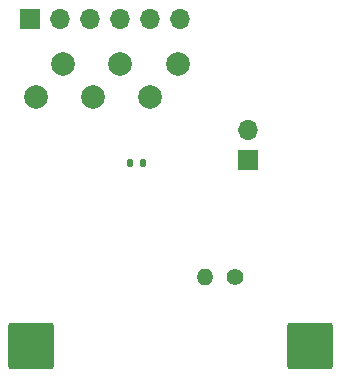
<source format=gbr>
%TF.GenerationSoftware,KiCad,Pcbnew,(6.0.8)*%
%TF.CreationDate,2023-02-11T16:42:38+01:00*%
%TF.ProjectId,VNF1048FTR_TestBoard,564e4631-3034-4384-9654-525f54657374,rev?*%
%TF.SameCoordinates,Original*%
%TF.FileFunction,Soldermask,Bot*%
%TF.FilePolarity,Negative*%
%FSLAX46Y46*%
G04 Gerber Fmt 4.6, Leading zero omitted, Abs format (unit mm)*
G04 Created by KiCad (PCBNEW (6.0.8)) date 2023-02-11 16:42:38*
%MOMM*%
%LPD*%
G01*
G04 APERTURE LIST*
G04 Aperture macros list*
%AMRoundRect*
0 Rectangle with rounded corners*
0 $1 Rounding radius*
0 $2 $3 $4 $5 $6 $7 $8 $9 X,Y pos of 4 corners*
0 Add a 4 corners polygon primitive as box body*
4,1,4,$2,$3,$4,$5,$6,$7,$8,$9,$2,$3,0*
0 Add four circle primitives for the rounded corners*
1,1,$1+$1,$2,$3*
1,1,$1+$1,$4,$5*
1,1,$1+$1,$6,$7*
1,1,$1+$1,$8,$9*
0 Add four rect primitives between the rounded corners*
20,1,$1+$1,$2,$3,$4,$5,0*
20,1,$1+$1,$4,$5,$6,$7,0*
20,1,$1+$1,$6,$7,$8,$9,0*
20,1,$1+$1,$8,$9,$2,$3,0*%
G04 Aperture macros list end*
%ADD10R,1.700000X1.700000*%
%ADD11O,1.700000X1.700000*%
%ADD12C,1.400000*%
%ADD13O,1.400000X1.400000*%
%ADD14C,2.000000*%
%ADD15RoundRect,0.135000X-0.135000X-0.185000X0.135000X-0.185000X0.135000X0.185000X-0.135000X0.185000X0*%
%ADD16RoundRect,0.250002X-1.699998X-1.699998X1.699998X-1.699998X1.699998X1.699998X-1.699998X1.699998X0*%
G04 APERTURE END LIST*
D10*
%TO.C,J4*%
X127483000Y-42652000D03*
D11*
X127483000Y-40112000D03*
%TD*%
D10*
%TO.C,J1*%
X108991000Y-30709000D03*
D11*
X111531000Y-30709000D03*
X114071000Y-30709000D03*
X116611000Y-30709000D03*
X119151000Y-30709000D03*
X121691000Y-30709000D03*
%TD*%
D12*
%TO.C,RH1*%
X126365000Y-52578000D03*
D13*
X123825000Y-52578000D03*
%TD*%
D14*
%TO.C,TP7*%
X111760000Y-34544000D03*
%TD*%
%TO.C,TP6*%
X109474000Y-37338000D03*
%TD*%
%TO.C,TP5*%
X119126000Y-37338000D03*
%TD*%
%TO.C,TP4*%
X121539000Y-34544000D03*
%TD*%
%TO.C,TP3*%
X114300000Y-37338000D03*
%TD*%
%TO.C,TP2*%
X116586000Y-34544000D03*
%TD*%
D15*
%TO.C,R2*%
X118520400Y-42926000D03*
X117500400Y-42926000D03*
%TD*%
D16*
%TO.C,J3*%
X109093000Y-58420000D03*
%TD*%
%TO.C,J2*%
X132715000Y-58420000D03*
%TD*%
M02*

</source>
